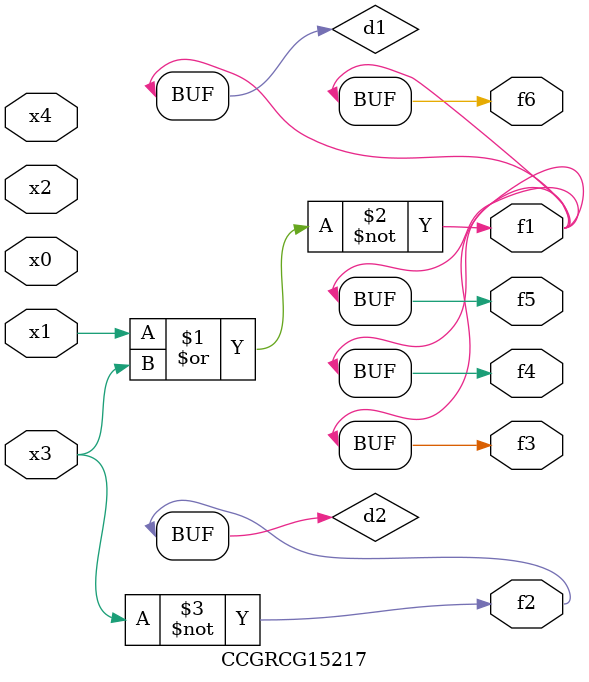
<source format=v>
module CCGRCG15217(
	input x0, x1, x2, x3, x4,
	output f1, f2, f3, f4, f5, f6
);

	wire d1, d2;

	nor (d1, x1, x3);
	not (d2, x3);
	assign f1 = d1;
	assign f2 = d2;
	assign f3 = d1;
	assign f4 = d1;
	assign f5 = d1;
	assign f6 = d1;
endmodule

</source>
